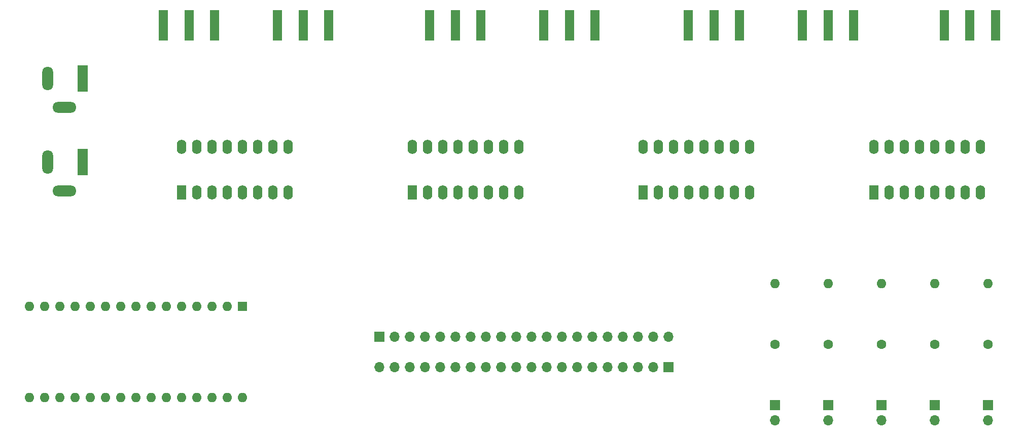
<source format=gbr>
%TF.GenerationSoftware,KiCad,Pcbnew,(5.1.9)-1*%
%TF.CreationDate,2021-03-04T15:37:01+01:00*%
%TF.ProjectId,Motherboard,4d6f7468-6572-4626-9f61-72642e6b6963,rev?*%
%TF.SameCoordinates,Original*%
%TF.FileFunction,Soldermask,Bot*%
%TF.FilePolarity,Negative*%
%FSLAX46Y46*%
G04 Gerber Fmt 4.6, Leading zero omitted, Abs format (unit mm)*
G04 Created by KiCad (PCBNEW (5.1.9)-1) date 2021-03-04 15:37:01*
%MOMM*%
%LPD*%
G01*
G04 APERTURE LIST*
%ADD10O,1.700000X1.700000*%
%ADD11R,1.700000X1.700000*%
%ADD12R,1.500000X5.080000*%
%ADD13O,1.600000X1.600000*%
%ADD14C,1.600000*%
%ADD15O,1.600000X2.400000*%
%ADD16R,1.600000X2.400000*%
%ADD17R,1.600000X1.600000*%
%ADD18R,1.800000X4.400000*%
%ADD19O,1.800000X4.000000*%
%ADD20O,4.000000X1.800000*%
G04 APERTURE END LIST*
D10*
%TO.C,J16*%
X135890000Y-106680000D03*
X138430000Y-106680000D03*
X140970000Y-106680000D03*
X143510000Y-106680000D03*
X146050000Y-106680000D03*
X148590000Y-106680000D03*
X151130000Y-106680000D03*
X153670000Y-106680000D03*
X156210000Y-106680000D03*
X158750000Y-106680000D03*
X161290000Y-106680000D03*
X163830000Y-106680000D03*
X166370000Y-106680000D03*
X168910000Y-106680000D03*
X171450000Y-106680000D03*
X173990000Y-106680000D03*
X176530000Y-106680000D03*
X179070000Y-106680000D03*
X181610000Y-106680000D03*
D11*
X184150000Y-106680000D03*
%TD*%
D10*
%TO.C,J5*%
X184150000Y-101600000D03*
X181610000Y-101600000D03*
X179070000Y-101600000D03*
X176530000Y-101600000D03*
X173990000Y-101600000D03*
X171450000Y-101600000D03*
X168910000Y-101600000D03*
X166370000Y-101600000D03*
X163830000Y-101600000D03*
X161290000Y-101600000D03*
X158750000Y-101600000D03*
X156210000Y-101600000D03*
X153670000Y-101600000D03*
X151130000Y-101600000D03*
X148590000Y-101600000D03*
X146050000Y-101600000D03*
X143510000Y-101600000D03*
X140970000Y-101600000D03*
X138430000Y-101600000D03*
D11*
X135890000Y-101600000D03*
%TD*%
D12*
%TO.C,J7*%
X148590000Y-49530000D03*
X152840000Y-49530000D03*
X144340000Y-49530000D03*
%TD*%
D13*
%TO.C,R3*%
X201930000Y-92710000D03*
D14*
X201930000Y-102870000D03*
%TD*%
D13*
%TO.C,R2*%
X237490000Y-92710000D03*
D14*
X237490000Y-102870000D03*
%TD*%
D15*
%TO.C,U4*%
X218440000Y-69850000D03*
X236220000Y-77470000D03*
X220980000Y-69850000D03*
X233680000Y-77470000D03*
X223520000Y-69850000D03*
X231140000Y-77470000D03*
X226060000Y-69850000D03*
X228600000Y-77470000D03*
X228600000Y-69850000D03*
X226060000Y-77470000D03*
X231140000Y-69850000D03*
X223520000Y-77470000D03*
X233680000Y-69850000D03*
X220980000Y-77470000D03*
X236220000Y-69850000D03*
D16*
X218440000Y-77470000D03*
%TD*%
D15*
%TO.C,U3*%
X179916666Y-69850000D03*
X197696666Y-77470000D03*
X182456666Y-69850000D03*
X195156666Y-77470000D03*
X184996666Y-69850000D03*
X192616666Y-77470000D03*
X187536666Y-69850000D03*
X190076666Y-77470000D03*
X190076666Y-69850000D03*
X187536666Y-77470000D03*
X192616666Y-69850000D03*
X184996666Y-77470000D03*
X195156666Y-69850000D03*
X182456666Y-77470000D03*
X197696666Y-69850000D03*
D16*
X179916666Y-77470000D03*
%TD*%
D14*
%TO.C,R4*%
X210820000Y-102870000D03*
D13*
X210820000Y-92710000D03*
%TD*%
D14*
%TO.C,R5*%
X219710000Y-102870000D03*
D13*
X219710000Y-92710000D03*
%TD*%
D15*
%TO.C,U2*%
X141393333Y-69850000D03*
X159173333Y-77470000D03*
X143933333Y-69850000D03*
X156633333Y-77470000D03*
X146473333Y-69850000D03*
X154093333Y-77470000D03*
X149013333Y-69850000D03*
X151553333Y-77470000D03*
X151553333Y-69850000D03*
X149013333Y-77470000D03*
X154093333Y-69850000D03*
X146473333Y-77470000D03*
X156633333Y-69850000D03*
X143933333Y-77470000D03*
X159173333Y-69850000D03*
D16*
X141393333Y-77470000D03*
%TD*%
D15*
%TO.C,U1*%
X102870000Y-69850000D03*
X120650000Y-77470000D03*
X105410000Y-69850000D03*
X118110000Y-77470000D03*
X107950000Y-69850000D03*
X115570000Y-77470000D03*
X110490000Y-69850000D03*
X113030000Y-77470000D03*
X113030000Y-69850000D03*
X110490000Y-77470000D03*
X115570000Y-69850000D03*
X107950000Y-77470000D03*
X118110000Y-69850000D03*
X105410000Y-77470000D03*
X120650000Y-69850000D03*
D16*
X102870000Y-77470000D03*
%TD*%
D13*
%TO.C,TB1*%
X77470000Y-111760000D03*
X77470000Y-96520000D03*
X113030000Y-111760000D03*
X80010000Y-96520000D03*
X110490000Y-111760000D03*
X82550000Y-96520000D03*
X107950000Y-111760000D03*
X85090000Y-96520000D03*
X105410000Y-111760000D03*
X87630000Y-96520000D03*
X102870000Y-111760000D03*
X90170000Y-96520000D03*
X100330000Y-111760000D03*
X92710000Y-96520000D03*
X97790000Y-111760000D03*
X95250000Y-96520000D03*
X95250000Y-111760000D03*
X97790000Y-96520000D03*
X92710000Y-111760000D03*
X100330000Y-96520000D03*
X90170000Y-111760000D03*
X102870000Y-96520000D03*
X87630000Y-111760000D03*
X105410000Y-96520000D03*
X85090000Y-111760000D03*
X107950000Y-96520000D03*
X82550000Y-111760000D03*
X110490000Y-96520000D03*
X80010000Y-111760000D03*
D17*
X113030000Y-96520000D03*
%TD*%
D13*
%TO.C,R1*%
X228600000Y-92710000D03*
D14*
X228600000Y-102870000D03*
%TD*%
D10*
%TO.C,J15*%
X219710000Y-115570000D03*
D11*
X219710000Y-113030000D03*
%TD*%
D10*
%TO.C,J14*%
X210820000Y-115570000D03*
D11*
X210820000Y-113030000D03*
%TD*%
D10*
%TO.C,J13*%
X201930000Y-115570000D03*
D11*
X201930000Y-113030000D03*
%TD*%
D10*
%TO.C,J12*%
X237490000Y-115570000D03*
D11*
X237490000Y-113030000D03*
%TD*%
D12*
%TO.C,J11*%
X210820000Y-49530000D03*
X215070000Y-49530000D03*
X206570000Y-49530000D03*
%TD*%
%TO.C,J10*%
X167640000Y-49530000D03*
X171890000Y-49530000D03*
X163390000Y-49530000D03*
%TD*%
D10*
%TO.C,J9*%
X228600000Y-115570000D03*
D11*
X228600000Y-113030000D03*
%TD*%
D12*
%TO.C,J8*%
X191770000Y-49530000D03*
X196020000Y-49530000D03*
X187520000Y-49530000D03*
%TD*%
D18*
%TO.C,J6*%
X86360000Y-72390000D03*
D19*
X80560000Y-72390000D03*
D20*
X83360000Y-77190000D03*
%TD*%
D12*
%TO.C,J4*%
X123190000Y-49530000D03*
X127440000Y-49530000D03*
X118940000Y-49530000D03*
%TD*%
D18*
%TO.C,J3*%
X86360000Y-58420000D03*
D19*
X80560000Y-58420000D03*
D20*
X83360000Y-63220000D03*
%TD*%
D12*
%TO.C,J2*%
X234510000Y-49530000D03*
X238760000Y-49530000D03*
X230260000Y-49530000D03*
%TD*%
%TO.C,J1*%
X104140000Y-49530000D03*
X108390000Y-49530000D03*
X99890000Y-49530000D03*
%TD*%
M02*

</source>
